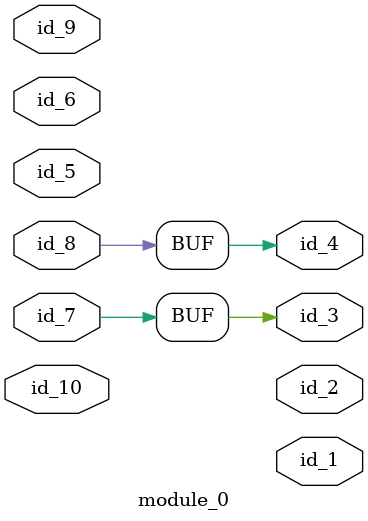
<source format=v>
module module_0 (
    id_1,
    id_2,
    id_3,
    id_4,
    id_5,
    id_6,
    id_7,
    id_8,
    id_9,
    id_10
);
  input id_10;
  input id_9;
  input id_8;
  input id_7;
  inout id_6;
  inout id_5;
  output id_4;
  output id_3;
  output id_2;
  output id_1;
  initial begin
    id_4 = id_8;
  end
  assign id_3[(1'b0)] = id_7;
endmodule

</source>
